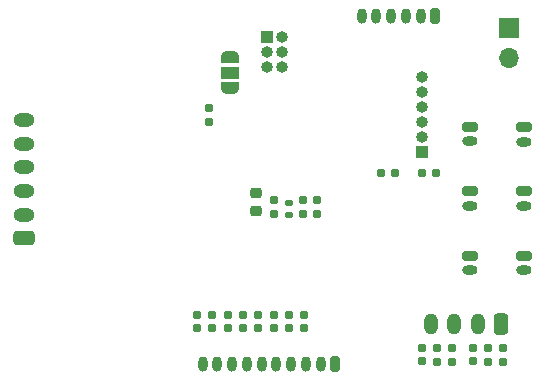
<source format=gbr>
%TF.GenerationSoftware,KiCad,Pcbnew,(6.0.8)*%
%TF.CreationDate,2023-03-18T00:57:18+01:00*%
%TF.ProjectId,WHEEL-07,57484545-4c2d-4303-972e-6b696361645f,rev?*%
%TF.SameCoordinates,Original*%
%TF.FileFunction,Soldermask,Bot*%
%TF.FilePolarity,Negative*%
%FSLAX46Y46*%
G04 Gerber Fmt 4.6, Leading zero omitted, Abs format (unit mm)*
G04 Created by KiCad (PCBNEW (6.0.8)) date 2023-03-18 00:57:18*
%MOMM*%
%LPD*%
G01*
G04 APERTURE LIST*
G04 Aperture macros list*
%AMRoundRect*
0 Rectangle with rounded corners*
0 $1 Rounding radius*
0 $2 $3 $4 $5 $6 $7 $8 $9 X,Y pos of 4 corners*
0 Add a 4 corners polygon primitive as box body*
4,1,4,$2,$3,$4,$5,$6,$7,$8,$9,$2,$3,0*
0 Add four circle primitives for the rounded corners*
1,1,$1+$1,$2,$3*
1,1,$1+$1,$4,$5*
1,1,$1+$1,$6,$7*
1,1,$1+$1,$8,$9*
0 Add four rect primitives between the rounded corners*
20,1,$1+$1,$2,$3,$4,$5,0*
20,1,$1+$1,$4,$5,$6,$7,0*
20,1,$1+$1,$6,$7,$8,$9,0*
20,1,$1+$1,$8,$9,$2,$3,0*%
%AMFreePoly0*
4,1,22,0.550000,-0.750000,0.000000,-0.750000,0.000000,-0.745033,-0.079941,-0.743568,-0.215256,-0.701293,-0.333266,-0.622738,-0.424486,-0.514219,-0.481581,-0.384460,-0.499164,-0.250000,-0.500000,-0.250000,-0.500000,0.250000,-0.499164,0.250000,-0.499963,0.256109,-0.478152,0.396186,-0.417904,0.524511,-0.324060,0.630769,-0.204165,0.706417,-0.067858,0.745374,0.000000,0.744959,0.000000,0.750000,
0.550000,0.750000,0.550000,-0.750000,0.550000,-0.750000,$1*%
%AMFreePoly1*
4,1,20,0.000000,0.744959,0.073905,0.744508,0.209726,0.703889,0.328688,0.626782,0.421226,0.519385,0.479903,0.390333,0.500000,0.250000,0.500000,-0.250000,0.499851,-0.262216,0.476331,-0.402017,0.414519,-0.529596,0.319384,-0.634700,0.198574,-0.708877,0.061801,-0.746166,0.000000,-0.745033,0.000000,-0.750000,-0.550000,-0.750000,-0.550000,0.750000,0.000000,0.750000,0.000000,0.744959,
0.000000,0.744959,$1*%
G04 Aperture macros list end*
%ADD10O,1.200000X1.800000*%
%ADD11RoundRect,0.250000X0.350000X0.650000X-0.350000X0.650000X-0.350000X-0.650000X0.350000X-0.650000X0*%
%ADD12RoundRect,0.200000X-0.450000X0.200000X-0.450000X-0.200000X0.450000X-0.200000X0.450000X0.200000X0*%
%ADD13O,1.300000X0.800000*%
%ADD14RoundRect,0.200000X0.200000X0.450000X-0.200000X0.450000X-0.200000X-0.450000X0.200000X-0.450000X0*%
%ADD15O,0.800000X1.300000*%
%ADD16R,1.700000X1.700000*%
%ADD17O,1.700000X1.700000*%
%ADD18R,1.000000X1.000000*%
%ADD19O,1.000000X1.000000*%
%ADD20RoundRect,0.250000X0.650000X-0.350000X0.650000X0.350000X-0.650000X0.350000X-0.650000X-0.350000X0*%
%ADD21O,1.800000X1.200000*%
%ADD22RoundRect,0.225000X-0.250000X0.225000X-0.250000X-0.225000X0.250000X-0.225000X0.250000X0.225000X0*%
%ADD23RoundRect,0.155000X-0.155000X0.212500X-0.155000X-0.212500X0.155000X-0.212500X0.155000X0.212500X0*%
%ADD24RoundRect,0.155000X0.155000X-0.212500X0.155000X0.212500X-0.155000X0.212500X-0.155000X-0.212500X0*%
%ADD25RoundRect,0.160000X0.197500X0.160000X-0.197500X0.160000X-0.197500X-0.160000X0.197500X-0.160000X0*%
%ADD26RoundRect,0.160000X-0.160000X0.197500X-0.160000X-0.197500X0.160000X-0.197500X0.160000X0.197500X0*%
%ADD27RoundRect,0.160000X-0.197500X-0.160000X0.197500X-0.160000X0.197500X0.160000X-0.197500X0.160000X0*%
%ADD28RoundRect,0.160000X0.160000X-0.197500X0.160000X0.197500X-0.160000X0.197500X-0.160000X-0.197500X0*%
%ADD29FreePoly0,90.000000*%
%ADD30R,1.500000X1.000000*%
%ADD31FreePoly1,90.000000*%
%ADD32RoundRect,0.147500X-0.172500X0.147500X-0.172500X-0.147500X0.172500X-0.147500X0.172500X0.147500X0*%
G04 APERTURE END LIST*
D10*
%TO.C,J5*%
X189405000Y-78930000D03*
X191405000Y-78930000D03*
X193405000Y-78930000D03*
D11*
X195405000Y-78930000D03*
%TD*%
D12*
%TO.C,J7*%
X197358000Y-73152000D03*
D13*
X197358000Y-74402000D03*
%TD*%
D14*
%TO.C,J17*%
X189815000Y-52890000D03*
D15*
X188565000Y-52890000D03*
X187315000Y-52890000D03*
X186065000Y-52890000D03*
X184815000Y-52890000D03*
X183565000Y-52890000D03*
%TD*%
D16*
%TO.C,J16*%
X196088000Y-53898800D03*
D17*
X196088000Y-56438800D03*
%TD*%
D12*
%TO.C,J14*%
X197358000Y-62240000D03*
D13*
X197358000Y-63490000D03*
%TD*%
D12*
%TO.C,J10*%
X192786000Y-67701000D03*
D13*
X192786000Y-68951000D03*
%TD*%
D14*
%TO.C,J12*%
X181357600Y-82346800D03*
D15*
X180107600Y-82346800D03*
X178857600Y-82346800D03*
X177607600Y-82346800D03*
X176357600Y-82346800D03*
X175107600Y-82346800D03*
X173857600Y-82346800D03*
X172607600Y-82346800D03*
X171357600Y-82346800D03*
X170107600Y-82346800D03*
%TD*%
D18*
%TO.C,J11*%
X175524000Y-54605000D03*
D19*
X176794000Y-54605000D03*
X175524000Y-55875000D03*
X176794000Y-55875000D03*
X175524000Y-57145000D03*
X176794000Y-57145000D03*
%TD*%
D12*
%TO.C,J8*%
X192786000Y-73152000D03*
D13*
X192786000Y-74402000D03*
%TD*%
D12*
%TO.C,J9*%
X197358000Y-67696000D03*
D13*
X197358000Y-68946000D03*
%TD*%
D12*
%TO.C,J15*%
X192786000Y-62230000D03*
D13*
X192786000Y-63480000D03*
%TD*%
D18*
%TO.C,J2*%
X188722000Y-64389000D03*
D19*
X188722000Y-63119000D03*
X188722000Y-61849000D03*
X188722000Y-60579000D03*
X188722000Y-59309000D03*
X188722000Y-58039000D03*
%TD*%
D20*
%TO.C,J1*%
X154953200Y-71675000D03*
D21*
X154953200Y-69675000D03*
X154953200Y-67675000D03*
X154953200Y-65675000D03*
X154953200Y-63675000D03*
X154953200Y-61675000D03*
%TD*%
D22*
%TO.C,C33*%
X174650400Y-67842800D03*
X174650400Y-69392800D03*
%TD*%
D23*
%TO.C,C23*%
X188722000Y-80966500D03*
X188722000Y-82101500D03*
%TD*%
D24*
%TO.C,C27*%
X172219256Y-79307500D03*
X172219256Y-78172500D03*
%TD*%
D25*
%TO.C,R2*%
X189878300Y-66141600D03*
X188683300Y-66141600D03*
%TD*%
D24*
%TO.C,C32*%
X173518284Y-79307500D03*
X173518284Y-78172500D03*
%TD*%
%TO.C,C8*%
X178612800Y-69587300D03*
X178612800Y-68452300D03*
%TD*%
D26*
%TO.C,R13*%
X195580000Y-80936500D03*
X195580000Y-82131500D03*
%TD*%
D24*
%TO.C,C30*%
X177415368Y-79307500D03*
X177415368Y-78172500D03*
%TD*%
D26*
%TO.C,R15*%
X194310000Y-80936500D03*
X194310000Y-82131500D03*
%TD*%
D27*
%TO.C,R3*%
X185228900Y-66141600D03*
X186423900Y-66141600D03*
%TD*%
D24*
%TO.C,C26*%
X170920228Y-79307500D03*
X170920228Y-78172500D03*
%TD*%
%TO.C,C9*%
X176174400Y-69587300D03*
X176174400Y-68452300D03*
%TD*%
%TO.C,C28*%
X174817312Y-79307500D03*
X174817312Y-78172500D03*
%TD*%
%TO.C,C31*%
X178714400Y-79307500D03*
X178714400Y-78172500D03*
%TD*%
D23*
%TO.C,C7*%
X179832000Y-68461000D03*
X179832000Y-69596000D03*
%TD*%
D26*
%TO.C,R12*%
X191262000Y-80936500D03*
X191262000Y-82131500D03*
%TD*%
D28*
%TO.C,R1*%
X170688000Y-61811500D03*
X170688000Y-60616500D03*
%TD*%
D23*
%TO.C,C24*%
X193040000Y-80966500D03*
X193040000Y-82101500D03*
%TD*%
D24*
%TO.C,C29*%
X176116340Y-79307500D03*
X176116340Y-78172500D03*
%TD*%
D29*
%TO.C,JP1*%
X172466000Y-58958000D03*
D30*
X172466000Y-57658000D03*
D31*
X172466000Y-56358000D03*
%TD*%
D24*
%TO.C,C25*%
X169621200Y-79307500D03*
X169621200Y-78172500D03*
%TD*%
D32*
%TO.C,L1*%
X177393600Y-68704600D03*
X177393600Y-69674600D03*
%TD*%
D26*
%TO.C,R14*%
X189992000Y-80936500D03*
X189992000Y-82131500D03*
%TD*%
M02*

</source>
